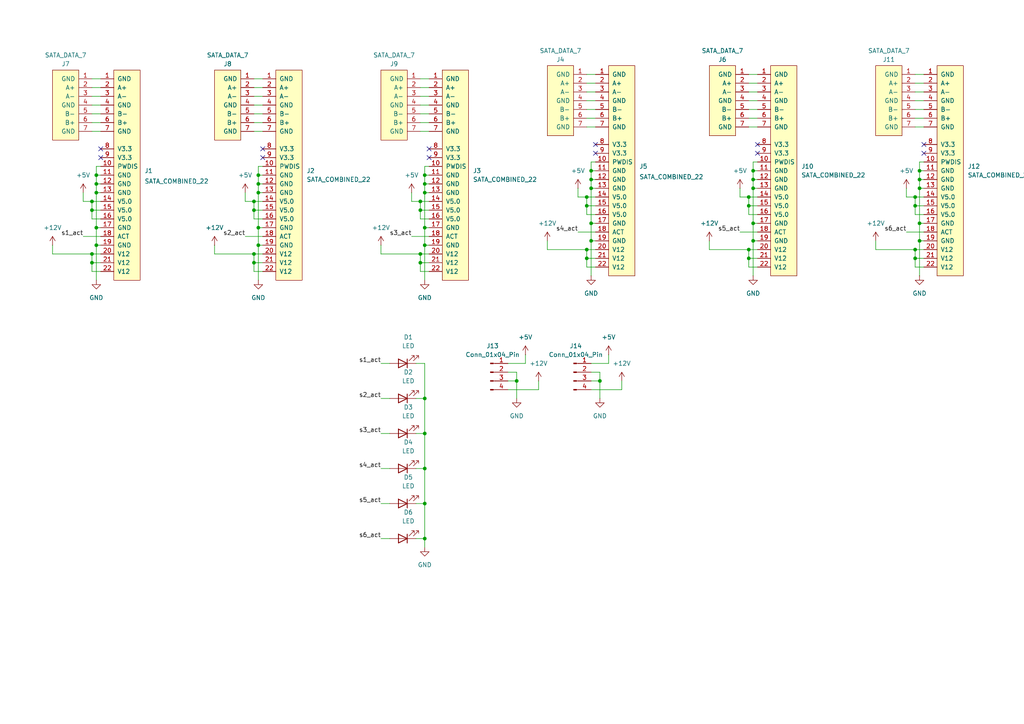
<source format=kicad_sch>
(kicad_sch (version 20231120) (generator "eeschema") (generator_version "8.0")
  (paper "A4")
  (lib_symbols
    (symbol "Connector:Conn_01x04_Pin" (pin_names (offset 1.016) hide)
      (property "Reference" "J" (at 0 5.08 0))
      (property "Value" "Conn_01x04_Pin" (at 0 -7.62 0))
      (symbol "Conn_01x04_Pin_1_1"
        (polyline (pts (xy 1.27 -5.08) (xy 0.8636 -5.08)) (stroke (width 0.1524)))
        (polyline (pts (xy 1.27 -2.54) (xy 0.8636 -2.54)) (stroke (width 0.1524)))
        (polyline (pts (xy 1.27 0) (xy 0.8636 0)) (stroke (width 0.1524)))
        (polyline (pts (xy 1.27 2.54) (xy 0.8636 2.54)) (stroke (width 0.1524)))
        (rectangle (start 0.8636 -4.953) (end 0 -5.207) (stroke (width 0.1524)) (fill (type outline)))
        (rectangle (start 0.8636 -2.413) (end 0 -2.667) (stroke (width 0.1524)) (fill (type outline)))
        (rectangle (start 0.8636 0.127) (end 0 -0.127) (stroke (width 0.1524)) (fill (type outline)))
        (rectangle (start 0.8636 2.667) (end 0 2.413) (stroke (width 0.1524)) (fill (type outline)))
        (pin passive line (at 5.08 2.54 180) (length 3.81) (name "Pin_1") (number "1"))
        (pin passive line (at 5.08 0 180) (length 3.81) (name "Pin_2") (number "2"))
        (pin passive line (at 5.08 -2.54 180) (length 3.81) (name "Pin_3") (number "3"))
        (pin passive line (at 5.08 -5.08 180) (length 3.81) (name "Pin_4") (number "4"))
      )
    )
    (symbol "Device:LED" (pin_numbers hide) (pin_names (offset 1.016) hide)
      (property "Reference" "D" (at 0 2.54 0))
      (property "Value" "LED" (at 0 -2.54 0))
      (symbol "LED_0_1"
        (polyline (pts (xy -1.27 -1.27) (xy -1.27 1.27)) (stroke (width 0.254)))
        (polyline (pts (xy -1.27 0) (xy 1.27 0)))
        (polyline (pts (xy 1.27 -1.27) (xy 1.27 1.27) (xy -1.27 0) (xy 1.27 -1.27)) (stroke (width 0.254)))
        (polyline (pts (xy -3.048 -0.762) (xy -4.572 -2.286) (xy -3.81 -2.286) (xy -4.572 -2.286) (xy -4.572 -1.524)))
        (polyline (pts (xy -1.778 -0.762) (xy -3.302 -2.286) (xy -2.54 -2.286) (xy -3.302 -2.286) (xy -3.302 -1.524)))
      )
      (symbol "LED_1_1"
        (pin passive line (at -3.81 0 0) (length 2.54) (name "K") (number "1"))
        (pin passive line (at 3.81 0 180) (length 2.54) (name "A") (number "2"))
      )
    )
    (symbol "SATA:SATA_COMBINED_22" (pin_names (offset 1.016))
      (property "Reference" "J" (at 0 -31.75 0))
      (property "Value" "SATA_COMBINED_22" (at 0 31.75 0))
      (symbol "SATA_COMBINED_22_0_1"
        (rectangle (start 3.81 30.48) (end -3.81 -30.48) (fill (type background)))
      )
      (symbol "SATA_COMBINED_22_1_1"
        (pin power_out line (at -7.62 27.94 0) (length 3.81) (name "GND") (number "1"))
        (pin power_out line (at -7.62 2.54 0) (length 3.81) (name "PWDIS") (number "10"))
        (pin power_out line (at -7.62 0 0) (length 3.81) (name "GND") (number "11"))
        (pin power_out line (at -7.62 -2.54 0) (length 3.81) (name "GND") (number "12"))
        (pin power_out line (at -7.62 -5.08 0) (length 3.81) (name "GND") (number "13"))
        (pin power_out line (at -7.62 -7.62 0) (length 3.81) (name "V5.0") (number "14"))
        (pin power_out line (at -7.62 -10.16 0) (length 3.81) (name "V5.0") (number "15"))
        (pin power_out line (at -7.62 -12.7 0) (length 3.81) (name "V5.0") (number "16"))
        (pin power_out line (at -7.62 -15.24 0) (length 3.81) (name "GND") (number "17"))
        (pin open_collector line (at -7.62 -17.78 0) (length 3.81) (name "ACT") (number "18"))
        (pin power_out line (at -7.62 -20.32 0) (length 3.81) (name "GND") (number "19"))
        (pin output line (at -7.62 25.4 0) (length 3.81) (name "A+") (number "2"))
        (pin power_out line (at -7.62 -22.86 0) (length 3.81) (name "V12") (number "20"))
        (pin power_out line (at -7.62 -25.4 0) (length 3.81) (name "V12") (number "21"))
        (pin power_out line (at -7.62 -27.94 0) (length 3.81) (name "V12") (number "22"))
        (pin output line (at -7.62 22.86 0) (length 3.81) (name "A-") (number "3"))
        (pin power_out line (at -7.62 20.32 0) (length 3.81) (name "GND") (number "4"))
        (pin input line (at -7.62 17.78 0) (length 3.81) (name "B-") (number "5"))
        (pin input line (at -7.62 15.24 0) (length 3.81) (name "B+") (number "6"))
        (pin power_out line (at -7.62 12.7 0) (length 3.81) (name "GND") (number "7"))
        (pin power_out line (at -7.62 7.62 0) (length 3.81) (name "V3.3") (number "8"))
        (pin power_out line (at -7.62 5.08 0) (length 3.81) (name "V3.3") (number "9"))
      )
    )
    (symbol "SATA:SATA_DATA_7" (pin_names (offset 1.016))
      (property "Reference" "J" (at 0 -11.43 0))
      (property "Value" "SATA_DATA_7" (at 0 11.43 0))
      (symbol "SATA_DATA_7_0_1"
        (rectangle (start 3.81 10.16) (end -3.81 -10.16) (fill (type background)))
      )
      (symbol "SATA_DATA_7_1_1"
        (pin power_out line (at -7.62 7.62 0) (length 3.81) (name "GND") (number "1"))
        (pin output line (at -7.62 5.08 0) (length 3.81) (name "A+") (number "2"))
        (pin output line (at -7.62 2.54 0) (length 3.81) (name "A-") (number "3"))
        (pin power_out line (at -7.62 0 0) (length 3.81) (name "GND") (number "4"))
        (pin input line (at -7.62 -2.54 0) (length 3.81) (name "B-") (number "5"))
        (pin input line (at -7.62 -5.08 0) (length 3.81) (name "B+") (number "6"))
        (pin power_out line (at -7.62 -7.62 0) (length 3.81) (name "GND") (number "7"))
      )
    )
    (symbol "power:+12V" (power) (pin_numbers hide) (pin_names (offset 0) hide)
      (property "Value" "+12V" (at 0 3.556 0))
      (symbol "+12V_0_1"
        (polyline (pts (xy -0.762 1.27) (xy 0 2.54)))
        (polyline (pts (xy 0 0) (xy 0 2.54)))
        (polyline (pts (xy 0 2.54) (xy 0.762 1.27)))
      )
      (symbol "+12V_1_1"
        (pin power_in line (at 0 0 90) (length 0) (name "~") (number "1"))
      )
    )
    (symbol "power:+5V" (power) (pin_numbers hide) (pin_names (offset 0) hide)
      (property "Value" "+5V" (at 0 3.556 0))
      (symbol "+5V_0_1"
        (polyline (pts (xy -0.762 1.27) (xy 0 2.54)))
        (polyline (pts (xy 0 0) (xy 0 2.54)))
        (polyline (pts (xy 0 2.54) (xy 0.762 1.27)))
      )
      (symbol "+5V_1_1"
        (pin power_in line (at 0 0 90) (length 0) (name "~") (number "1"))
      )
    )
    (symbol "power:GND" (power) (pin_numbers hide) (pin_names (offset 0) hide)
      (property "Value" "GND" (at 0 -3.81 0))
      (symbol "GND_0_1"
        (polyline (pts (xy 0 0) (xy 0 -1.27) (xy 1.27 -1.27) (xy 0 -2.54) (xy -1.27 -1.27) (xy 0 -1.27)))
      )
      (symbol "GND_1_1"
        (pin power_in line (at 0 0 270) (length 0) (name "~") (number "1"))
      )
    )
  )
  (junction (at 26.67 58.42))
  (junction (at 123.19 55.88))
  (junction (at 123.19 50.8))
  (junction (at 121.92 73.66))
  (junction (at 123.19 66.04))
  (junction (at 173.99 110.49))
  (junction (at 171.45 54.61))
  (junction (at 74.93 55.88))
  (junction (at 74.93 50.8))
  (junction (at 217.17 57.15))
  (junction (at 171.45 52.07))
  (junction (at 27.94 50.8))
  (junction (at 171.45 49.53))
  (junction (at 74.93 71.12))
  (junction (at 217.17 59.69))
  (junction (at 149.86 110.49))
  (junction (at 217.17 72.39))
  (junction (at 121.92 76.2))
  (junction (at 26.67 76.2))
  (junction (at 123.19 53.34))
  (junction (at 123.19 156.21))
  (junction (at 218.44 69.85))
  (junction (at 26.67 73.66))
  (junction (at 170.18 59.69))
  (junction (at 218.44 64.77))
  (junction (at 27.94 53.34))
  (junction (at 123.19 135.89))
  (junction (at 121.92 60.96))
  (junction (at 170.18 57.15))
  (junction (at 217.17 74.93))
  (junction (at 123.19 125.73))
  (junction (at 218.44 52.07))
  (junction (at 265.43 57.15))
  (junction (at 123.19 146.05))
  (junction (at 73.66 76.2))
  (junction (at 266.7 69.85))
  (junction (at 171.45 64.77))
  (junction (at 73.66 58.42))
  (junction (at 265.43 72.39))
  (junction (at 171.45 69.85))
  (junction (at 265.43 59.69))
  (junction (at 26.67 60.96))
  (junction (at 266.7 49.53))
  (junction (at 266.7 54.61))
  (junction (at 265.43 74.93))
  (junction (at 74.93 66.04))
  (junction (at 218.44 49.53))
  (junction (at 121.92 58.42))
  (junction (at 266.7 64.77))
  (junction (at 218.44 54.61))
  (junction (at 74.93 53.34))
  (junction (at 266.7 52.07))
  (junction (at 73.66 60.96))
  (junction (at 27.94 55.88))
  (junction (at 27.94 66.04))
  (junction (at 73.66 73.66))
  (junction (at 170.18 72.39))
  (junction (at 123.19 115.57))
  (junction (at 170.18 74.93))
  (junction (at 123.19 71.12))
  (junction (at 27.94 71.12))
  (no_connect (at 29.21 45.72))
  (no_connect (at 267.97 44.45))
  (no_connect (at 219.71 44.45))
  (no_connect (at 76.2 43.18))
  (no_connect (at 29.21 43.18))
  (no_connect (at 219.71 41.91))
  (no_connect (at 124.46 43.18))
  (no_connect (at 76.2 45.72))
  (no_connect (at 267.97 41.91))
  (no_connect (at 124.46 45.72))
  (no_connect (at 172.72 44.45))
  (no_connect (at 172.72 41.91))
  (wire (pts (xy 218.44 64.77) (xy 218.44 54.61)))
  (wire (pts (xy 217.17 21.59) (xy 219.71 21.59)))
  (wire (pts (xy 147.32 110.49) (xy 149.86 110.49)))
  (wire (pts (xy 73.66 30.48) (xy 76.2 30.48)))
  (wire (pts (xy 219.71 62.23) (xy 217.17 62.23)))
  (wire (pts (xy 171.45 110.49) (xy 173.99 110.49)))
  (wire (pts (xy 267.97 69.85) (xy 266.7 69.85)))
  (wire (pts (xy 15.24 73.66) (xy 26.67 73.66)))
  (wire (pts (xy 124.46 76.2) (xy 121.92 76.2)))
  (wire (pts (xy 172.72 59.69) (xy 170.18 59.69)))
  (wire (pts (xy 266.7 46.99) (xy 266.7 49.53)))
  (wire (pts (xy 119.38 68.58) (xy 124.46 68.58)))
  (wire (pts (xy 123.19 156.21) (xy 120.65 156.21)))
  (wire (pts (xy 73.66 58.42) (xy 76.2 58.42)))
  (wire (pts (xy 26.67 30.48) (xy 29.21 30.48)))
  (wire (pts (xy 26.67 22.86) (xy 29.21 22.86)))
  (wire (pts (xy 217.17 72.39) (xy 217.17 74.93)))
  (wire (pts (xy 172.72 62.23) (xy 170.18 62.23)))
  (wire (pts (xy 266.7 69.85) (xy 266.7 80.01)))
  (wire (pts (xy 214.63 67.31) (xy 219.71 67.31)))
  (wire (pts (xy 26.67 78.74) (xy 29.21 78.74)))
  (wire (pts (xy 267.97 74.93) (xy 265.43 74.93)))
  (wire (pts (xy 170.18 24.13) (xy 172.72 24.13)))
  (wire (pts (xy 120.65 146.05) (xy 123.19 146.05)))
  (wire (pts (xy 218.44 64.77) (xy 219.71 64.77)))
  (wire (pts (xy 265.43 62.23) (xy 265.43 59.69)))
  (wire (pts (xy 167.64 54.61) (xy 167.64 57.15)))
  (wire (pts (xy 27.94 53.34) (xy 27.94 50.8)))
  (wire (pts (xy 170.18 57.15) (xy 172.72 57.15)))
  (wire (pts (xy 121.92 33.02) (xy 124.46 33.02)))
  (wire (pts (xy 167.64 57.15) (xy 170.18 57.15)))
  (wire (pts (xy 73.66 35.56) (xy 76.2 35.56)))
  (wire (pts (xy 110.49 146.05) (xy 113.03 146.05)))
  (wire (pts (xy 74.93 66.04) (xy 76.2 66.04)))
  (wire (pts (xy 170.18 74.93) (xy 170.18 77.47)))
  (wire (pts (xy 173.99 110.49) (xy 173.99 115.57)))
  (wire (pts (xy 217.17 72.39) (xy 219.71 72.39)))
  (wire (pts (xy 26.67 73.66) (xy 29.21 73.66)))
  (wire (pts (xy 214.63 57.15) (xy 217.17 57.15)))
  (wire (pts (xy 71.12 55.88) (xy 71.12 58.42)))
  (wire (pts (xy 265.43 57.15) (xy 267.97 57.15)))
  (wire (pts (xy 71.12 68.58) (xy 76.2 68.58)))
  (wire (pts (xy 265.43 74.93) (xy 265.43 77.47)))
  (wire (pts (xy 265.43 31.75) (xy 267.97 31.75)))
  (wire (pts (xy 265.43 36.83) (xy 267.97 36.83)))
  (wire (pts (xy 218.44 54.61) (xy 218.44 52.07)))
  (wire (pts (xy 214.63 54.61) (xy 214.63 57.15)))
  (wire (pts (xy 170.18 59.69) (xy 170.18 57.15)))
  (wire (pts (xy 266.7 69.85) (xy 266.7 64.77)))
  (wire (pts (xy 123.19 125.73) (xy 120.65 125.73)))
  (wire (pts (xy 121.92 22.86) (xy 124.46 22.86)))
  (wire (pts (xy 217.17 59.69) (xy 217.17 57.15)))
  (wire (pts (xy 124.46 48.26) (xy 123.19 48.26)))
  (wire (pts (xy 205.74 72.39) (xy 205.74 69.85)))
  (wire (pts (xy 265.43 72.39) (xy 265.43 74.93)))
  (wire (pts (xy 26.67 27.94) (xy 29.21 27.94)))
  (wire (pts (xy 27.94 55.88) (xy 29.21 55.88)))
  (wire (pts (xy 27.94 71.12) (xy 27.94 81.28)))
  (wire (pts (xy 123.19 105.41) (xy 123.19 115.57)))
  (wire (pts (xy 265.43 24.13) (xy 267.97 24.13)))
  (wire (pts (xy 266.7 52.07) (xy 267.97 52.07)))
  (wire (pts (xy 27.94 55.88) (xy 27.94 53.34)))
  (wire (pts (xy 124.46 60.96) (xy 121.92 60.96)))
  (wire (pts (xy 218.44 69.85) (xy 218.44 64.77)))
  (wire (pts (xy 170.18 26.67) (xy 172.72 26.67)))
  (wire (pts (xy 74.93 71.12) (xy 74.93 81.28)))
  (wire (pts (xy 121.92 38.1) (xy 124.46 38.1)))
  (wire (pts (xy 156.21 113.03) (xy 156.21 110.49)))
  (wire (pts (xy 123.19 146.05) (xy 123.19 156.21)))
  (wire (pts (xy 152.4 102.87) (xy 152.4 105.41)))
  (wire (pts (xy 158.75 72.39) (xy 158.75 69.85)))
  (wire (pts (xy 120.65 135.89) (xy 123.19 135.89)))
  (wire (pts (xy 147.32 107.95) (xy 149.86 107.95)))
  (wire (pts (xy 110.49 135.89) (xy 113.03 135.89)))
  (wire (pts (xy 74.93 53.34) (xy 76.2 53.34)))
  (wire (pts (xy 171.45 69.85) (xy 171.45 64.77)))
  (wire (pts (xy 171.45 64.77) (xy 172.72 64.77)))
  (wire (pts (xy 266.7 64.77) (xy 266.7 54.61)))
  (wire (pts (xy 73.66 27.94) (xy 76.2 27.94)))
  (wire (pts (xy 76.2 48.26) (xy 74.93 48.26)))
  (wire (pts (xy 123.19 66.04) (xy 123.19 55.88)))
  (wire (pts (xy 74.93 50.8) (xy 76.2 50.8)))
  (wire (pts (xy 73.66 25.4) (xy 76.2 25.4)))
  (wire (pts (xy 217.17 24.13) (xy 219.71 24.13)))
  (wire (pts (xy 172.72 46.99) (xy 171.45 46.99)))
  (wire (pts (xy 26.67 38.1) (xy 29.21 38.1)))
  (wire (pts (xy 167.64 67.31) (xy 172.72 67.31)))
  (wire (pts (xy 123.19 125.73) (xy 123.19 135.89)))
  (wire (pts (xy 218.44 49.53) (xy 219.71 49.53)))
  (wire (pts (xy 121.92 73.66) (xy 124.46 73.66)))
  (wire (pts (xy 73.66 60.96) (xy 73.66 58.42)))
  (wire (pts (xy 171.45 113.03) (xy 180.34 113.03)))
  (wire (pts (xy 27.94 71.12) (xy 27.94 66.04)))
  (wire (pts (xy 121.92 30.48) (xy 124.46 30.48)))
  (wire (pts (xy 73.66 22.86) (xy 76.2 22.86)))
  (wire (pts (xy 171.45 105.41) (xy 176.53 105.41)))
  (wire (pts (xy 171.45 49.53) (xy 172.72 49.53)))
  (wire (pts (xy 123.19 115.57) (xy 123.19 125.73)))
  (wire (pts (xy 73.66 78.74) (xy 76.2 78.74)))
  (wire (pts (xy 26.67 35.56) (xy 29.21 35.56)))
  (wire (pts (xy 149.86 107.95) (xy 149.86 110.49)))
  (wire (pts (xy 73.66 73.66) (xy 76.2 73.66)))
  (wire (pts (xy 121.92 25.4) (xy 124.46 25.4)))
  (wire (pts (xy 267.97 46.99) (xy 266.7 46.99)))
  (wire (pts (xy 27.94 50.8) (xy 29.21 50.8)))
  (wire (pts (xy 29.21 48.26) (xy 27.94 48.26)))
  (wire (pts (xy 124.46 71.12) (xy 123.19 71.12)))
  (wire (pts (xy 217.17 34.29) (xy 219.71 34.29)))
  (wire (pts (xy 27.94 48.26) (xy 27.94 50.8)))
  (wire (pts (xy 170.18 77.47) (xy 172.72 77.47)))
  (wire (pts (xy 172.72 69.85) (xy 171.45 69.85)))
  (wire (pts (xy 27.94 66.04) (xy 27.94 55.88)))
  (wire (pts (xy 218.44 52.07) (xy 219.71 52.07)))
  (wire (pts (xy 26.67 76.2) (xy 26.67 78.74)))
  (wire (pts (xy 123.19 66.04) (xy 124.46 66.04)))
  (wire (pts (xy 74.93 55.88) (xy 74.93 53.34)))
  (wire (pts (xy 173.99 107.95) (xy 173.99 110.49)))
  (wire (pts (xy 262.89 54.61) (xy 262.89 57.15)))
  (wire (pts (xy 27.94 53.34) (xy 29.21 53.34)))
  (wire (pts (xy 170.18 29.21) (xy 172.72 29.21)))
  (wire (pts (xy 254 72.39) (xy 254 69.85)))
  (wire (pts (xy 29.21 63.5) (xy 26.67 63.5)))
  (wire (pts (xy 121.92 35.56) (xy 124.46 35.56)))
  (wire (pts (xy 62.23 73.66) (xy 73.66 73.66)))
  (wire (pts (xy 266.7 54.61) (xy 267.97 54.61)))
  (wire (pts (xy 218.44 46.99) (xy 218.44 49.53)))
  (wire (pts (xy 24.13 68.58) (xy 29.21 68.58)))
  (wire (pts (xy 265.43 21.59) (xy 267.97 21.59)))
  (wire (pts (xy 170.18 31.75) (xy 172.72 31.75)))
  (wire (pts (xy 123.19 71.12) (xy 123.19 66.04)))
  (wire (pts (xy 76.2 63.5) (xy 73.66 63.5)))
  (wire (pts (xy 110.49 105.41) (xy 113.03 105.41)))
  (wire (pts (xy 170.18 72.39) (xy 170.18 74.93)))
  (wire (pts (xy 24.13 55.88) (xy 24.13 58.42)))
  (wire (pts (xy 171.45 54.61) (xy 172.72 54.61)))
  (wire (pts (xy 121.92 63.5) (xy 121.92 60.96)))
  (wire (pts (xy 267.97 59.69) (xy 265.43 59.69)))
  (wire (pts (xy 254 72.39) (xy 265.43 72.39)))
  (wire (pts (xy 217.17 62.23) (xy 217.17 59.69)))
  (wire (pts (xy 73.66 76.2) (xy 73.66 78.74)))
  (wire (pts (xy 170.18 72.39) (xy 172.72 72.39)))
  (wire (pts (xy 120.65 105.41) (xy 123.19 105.41)))
  (wire (pts (xy 219.71 69.85) (xy 218.44 69.85)))
  (wire (pts (xy 266.7 64.77) (xy 267.97 64.77)))
  (wire (pts (xy 265.43 29.21) (xy 267.97 29.21)))
  (wire (pts (xy 123.19 50.8) (xy 124.46 50.8)))
  (wire (pts (xy 29.21 60.96) (xy 26.67 60.96)))
  (wire (pts (xy 123.19 53.34) (xy 123.19 50.8)))
  (wire (pts (xy 147.32 113.03) (xy 156.21 113.03)))
  (wire (pts (xy 262.89 57.15) (xy 265.43 57.15)))
  (wire (pts (xy 265.43 72.39) (xy 267.97 72.39)))
  (wire (pts (xy 26.67 33.02) (xy 29.21 33.02)))
  (wire (pts (xy 218.44 69.85) (xy 218.44 80.01)))
  (wire (pts (xy 123.19 53.34) (xy 124.46 53.34)))
  (wire (pts (xy 24.13 58.42) (xy 26.67 58.42)))
  (wire (pts (xy 218.44 49.53) (xy 218.44 52.07)))
  (wire (pts (xy 219.71 46.99) (xy 218.44 46.99)))
  (wire (pts (xy 74.93 50.8) (xy 74.93 53.34)))
  (wire (pts (xy 171.45 46.99) (xy 171.45 49.53)))
  (wire (pts (xy 171.45 54.61) (xy 171.45 52.07)))
  (wire (pts (xy 265.43 34.29) (xy 267.97 34.29)))
  (wire (pts (xy 266.7 52.07) (xy 266.7 49.53)))
  (wire (pts (xy 158.75 72.39) (xy 170.18 72.39)))
  (wire (pts (xy 217.17 57.15) (xy 219.71 57.15)))
  (wire (pts (xy 71.12 58.42) (xy 73.66 58.42)))
  (wire (pts (xy 120.65 115.57) (xy 123.19 115.57)))
  (wire (pts (xy 219.71 74.93) (xy 217.17 74.93)))
  (wire (pts (xy 121.92 76.2) (xy 121.92 78.74)))
  (wire (pts (xy 171.45 52.07) (xy 171.45 49.53)))
  (wire (pts (xy 217.17 26.67) (xy 219.71 26.67)))
  (wire (pts (xy 15.24 73.66) (xy 15.24 71.12)))
  (wire (pts (xy 26.67 58.42) (xy 29.21 58.42)))
  (wire (pts (xy 171.45 64.77) (xy 171.45 54.61)))
  (wire (pts (xy 123.19 48.26) (xy 123.19 50.8)))
  (wire (pts (xy 26.67 63.5) (xy 26.67 60.96)))
  (wire (pts (xy 110.49 156.21) (xy 113.03 156.21)))
  (wire (pts (xy 110.49 115.57) (xy 113.03 115.57)))
  (wire (pts (xy 73.66 33.02) (xy 76.2 33.02)))
  (wire (pts (xy 76.2 76.2) (xy 73.66 76.2)))
  (wire (pts (xy 110.49 73.66) (xy 110.49 71.12)))
  (wire (pts (xy 180.34 113.03) (xy 180.34 110.49)))
  (wire (pts (xy 124.46 63.5) (xy 121.92 63.5)))
  (wire (pts (xy 266.7 49.53) (xy 267.97 49.53)))
  (wire (pts (xy 121.92 78.74) (xy 124.46 78.74)))
  (wire (pts (xy 74.93 71.12) (xy 74.93 66.04)))
  (wire (pts (xy 121.92 60.96) (xy 121.92 58.42)))
  (wire (pts (xy 205.74 72.39) (xy 217.17 72.39)))
  (wire (pts (xy 171.45 52.07) (xy 172.72 52.07)))
  (wire (pts (xy 217.17 29.21) (xy 219.71 29.21)))
  (wire (pts (xy 217.17 77.47) (xy 219.71 77.47)))
  (wire (pts (xy 266.7 54.61) (xy 266.7 52.07)))
  (wire (pts (xy 123.19 158.75) (xy 123.19 156.21)))
  (wire (pts (xy 73.66 63.5) (xy 73.66 60.96)))
  (wire (pts (xy 267.97 62.23) (xy 265.43 62.23)))
  (wire (pts (xy 123.19 71.12) (xy 123.19 81.28)))
  (wire (pts (xy 217.17 74.93) (xy 217.17 77.47)))
  (wire (pts (xy 26.67 60.96) (xy 26.67 58.42)))
  (wire (pts (xy 74.93 48.26) (xy 74.93 50.8)))
  (wire (pts (xy 149.86 110.49) (xy 149.86 115.57)))
  (wire (pts (xy 27.94 66.04) (xy 29.21 66.04)))
  (wire (pts (xy 123.19 135.89) (xy 123.19 146.05)))
  (wire (pts (xy 73.66 38.1) (xy 76.2 38.1)))
  (wire (pts (xy 26.67 73.66) (xy 26.67 76.2)))
  (wire (pts (xy 76.2 71.12) (xy 74.93 71.12)))
  (wire (pts (xy 121.92 58.42) (xy 124.46 58.42)))
  (wire (pts (xy 176.53 102.87) (xy 176.53 105.41)))
  (wire (pts (xy 121.92 73.66) (xy 121.92 76.2)))
  (wire (pts (xy 26.67 25.4) (xy 29.21 25.4)))
  (wire (pts (xy 265.43 59.69) (xy 265.43 57.15)))
  (wire (pts (xy 123.19 55.88) (xy 123.19 53.34)))
  (wire (pts (xy 170.18 34.29) (xy 172.72 34.29)))
  (wire (pts (xy 29.21 71.12) (xy 27.94 71.12)))
  (wire (pts (xy 171.45 69.85) (xy 171.45 80.01)))
  (wire (pts (xy 119.38 58.42) (xy 121.92 58.42)))
  (wire (pts (xy 170.18 21.59) (xy 172.72 21.59)))
  (wire (pts (xy 265.43 77.47) (xy 267.97 77.47)))
  (wire (pts (xy 219.71 59.69) (xy 217.17 59.69)))
  (wire (pts (xy 119.38 55.88) (xy 119.38 58.42)))
  (wire (pts (xy 218.44 54.61) (xy 219.71 54.61)))
  (wire (pts (xy 110.49 125.73) (xy 113.03 125.73)))
  (wire (pts (xy 265.43 26.67) (xy 267.97 26.67)))
  (wire (pts (xy 170.18 62.23) (xy 170.18 59.69)))
  (wire (pts (xy 29.21 76.2) (xy 26.67 76.2)))
  (wire (pts (xy 74.93 55.88) (xy 76.2 55.88)))
  (wire (pts (xy 147.32 105.41) (xy 152.4 105.41)))
  (wire (pts (xy 172.72 74.93) (xy 170.18 74.93)))
  (wire (pts (xy 76.2 60.96) (xy 73.66 60.96)))
  (wire (pts (xy 121.92 27.94) (xy 124.46 27.94)))
  (wire (pts (xy 217.17 31.75) (xy 219.71 31.75)))
  (wire (pts (xy 170.18 36.83) (xy 172.72 36.83)))
  (wire (pts (xy 217.17 36.83) (xy 219.71 36.83)))
  (wire (pts (xy 262.89 67.31) (xy 267.97 67.31)))
  (wire (pts (xy 110.49 73.66) (xy 121.92 73.66)))
  (wire (pts (xy 171.45 107.95) (xy 173.99 107.95)))
  (wire (pts (xy 123.19 55.88) (xy 124.46 55.88)))
  (wire (pts (xy 74.93 66.04) (xy 74.93 55.88)))
  (wire (pts (xy 62.23 73.66) (xy 62.23 71.12)))
  (wire (pts (xy 73.66 73.66) (xy 73.66 76.2)))
  (label "s2_act" (at 110.49 115.57 180))
  (label "s6_act" (at 262.89 67.31 180))
  (label "s1_act" (at 110.49 105.41 180))
  (label "s5_act" (at 214.63 67.31 180))
  (label "s3_act" (at 110.49 125.73 180))
  (label "s3_act" (at 119.38 68.58 180))
  (label "s1_act" (at 24.13 68.58 180))
  (label "s4_act" (at 167.64 67.31 180))
  (label "s2_act" (at 71.12 68.58 180))
  (label "s5_act" (at 110.49 146.05 180))
  (label "s6_act" (at 110.49 156.21 180))
  (label "s4_act" (at 110.49 135.89 180))
  (symbol (lib_id "power:GND") (at 266.7 80.01 0) (unit 1)
    (property "Reference" "#PWR025" (effects (hide yes)))
    (property "Value" "GND" (at 266.7 85.09 0))
    (property "Description" "Power symbol creates a global label with name \"GND\" , ground" (effects (hide yes)))
  )
  (symbol (lib_id "SATA:SATA_COMBINED_22") (at 132.08 50.8 0) (unit 1)
    (property "Reference" "J3" (at 137.16 49.5299 0) (effects (justify left)))
    (property "Value" "SATA_COMBINED_22" (at 137.16 52.0699 0) (effects (justify left)))
    (property "Footprint" "sata:SATA_Combined" (effects (hide yes)))
    (property "Description" "SATA 22-pin Female Data and Power Connector" (effects (hide yes)))
  )
  (symbol (lib_id "power:GND") (at 123.19 158.75 0) (unit 1)
    (property "Reference" "#PWR05" (effects (hide yes)))
    (property "Value" "GND" (at 123.19 163.83 0))
    (property "Description" "Power symbol creates a global label with name \"GND\" , ground" (effects (hide yes)))
  )
  (symbol (lib_id "Device:LED") (at 116.84 125.73 180) (unit 1)
    (property "Reference" "D3" (at 118.4275 118.11 0))
    (property "Value" "LED" (at 118.4275 120.65 0))
    (property "Footprint" "LED_SMD:LED_0805_2012Metric_Pad1.15x1.40mm_HandSolder" (effects (hide yes)))
    (property "Description" "Light emitting diode" (effects (hide yes)))
  )
  (symbol (lib_id "power:+5V") (at 152.4 102.87 0) (unit 1)
    (property "Reference" "#PWR08" (effects (hide yes)))
    (property "Value" "+5V" (at 152.4 97.79 0))
    (property "Description" "Power symbol creates a global label with name \"+5V\"" (effects (hide yes)))
  )
  (symbol (lib_id "power:+12V") (at 156.21 110.49 0) (unit 1)
    (property "Reference" "#PWR07" (effects (hide yes)))
    (property "Value" "+12V" (at 156.21 105.41 0))
    (property "Description" "Power symbol creates a global label with name \"+12V\"" (effects (hide yes)))
  )
  (symbol (lib_id "power:GND") (at 74.93 81.28 0) (unit 1)
    (property "Reference" "#PWR03" (effects (hide yes)))
    (property "Value" "GND" (at 74.93 86.36 0))
    (property "Description" "Power symbol creates a global label with name \"GND\" , ground" (effects (hide yes)))
  )
  (symbol (lib_id "Device:LED") (at 116.84 135.89 180) (unit 1)
    (property "Reference" "D4" (at 118.4275 128.27 0))
    (property "Value" "LED" (at 118.4275 130.81 0))
    (property "Footprint" "LED_SMD:LED_0805_2012Metric_Pad1.15x1.40mm_HandSolder" (effects (hide yes)))
    (property "Description" "Light emitting diode" (effects (hide yes)))
  )
  (symbol (lib_id "SATA:SATA_COMBINED_22") (at 227.33 49.53 0) (unit 1)
    (property "Reference" "J10" (at 232.41 48.2599 0) (effects (justify left)))
    (property "Value" "SATA_COMBINED_22" (at 232.41 50.8 0) (effects (justify left)))
    (property "Footprint" "sata:SATA_Combined" (effects (hide yes)))
    (property "Description" "SATA 22-pin Female Data and Power Connector" (effects (hide yes)))
  )
  (symbol (lib_id "Device:LED") (at 116.84 105.41 180) (unit 1)
    (property "Reference" "D1" (at 118.4275 97.79 0))
    (property "Value" "LED" (at 118.4275 100.33 0))
    (property "Footprint" "LED_SMD:LED_0805_2012Metric_Pad1.15x1.40mm_HandSolder" (effects (hide yes)))
    (property "Description" "Light emitting diode" (effects (hide yes)))
  )
  (symbol (lib_id "SATA:SATA_COMBINED_22") (at 275.59 49.53 0) (unit 1)
    (property "Reference" "J12" (at 280.67 48.2599 0) (effects (justify left)))
    (property "Value" "SATA_COMBINED_22" (at 280.67 50.7999 0) (effects (justify left)))
    (property "Footprint" "sata:SATA_Combined" (effects (hide yes)))
    (property "Description" "SATA 22-pin Female Data and Power Connector" (effects (hide yes)))
  )
  (symbol (lib_id "SATA:SATA_DATA_7") (at 162.56 29.21 0) (mirror y) (unit 1)
    (property "Reference" "J4" (at 162.56 17.272 0))
    (property "Value" "SATA_DATA_7" (at 162.56 14.732 0))
    (property "Footprint" "sata:SATA_Data" (effects (hide yes)))
    (property "Description" "SATA 7-pin Male Data Connector" (effects (hide yes)))
  )
  (symbol (lib_id "power:+5V") (at 262.89 54.61 0) (unit 1)
    (property "Reference" "#PWR024" (effects (hide yes)))
    (property "Value" "+5V" (at 262.89 49.53 0))
    (property "Description" "Power symbol creates a global label with name \"+5V\"" (effects (hide yes)))
  )
  (symbol (lib_id "Connector:Conn_01x04_Pin") (at 142.24 107.95 0) (unit 1)
    (property "Reference" "J13" (at 142.875 100.33 0))
    (property "Value" "Conn_01x04_Pin" (at 142.875 102.87 0))
    (property "Footprint" "xess:xess-MOLEX-8981-04P" (effects (hide yes)))
    (property "Description" "Generic connector, single row, 01x04, script generated" (effects (hide yes)))
  )
  (symbol (lib_id "power:+12V") (at 158.75 69.85 0) (unit 1)
    (property "Reference" "#PWR017" (effects (hide yes)))
    (property "Value" "+12V" (at 158.75 64.77 0))
    (property "Description" "Power symbol creates a global label with name \"+12V\"" (effects (hide yes)))
  )
  (symbol (lib_id "power:GND") (at 173.99 115.57 0) (unit 1)
    (property "Reference" "#PWR06" (effects (hide yes)))
    (property "Value" "GND" (at 173.99 120.65 0))
    (property "Description" "Power symbol creates a global label with name \"GND\" , ground" (effects (hide yes)))
  )
  (symbol (lib_id "power:GND") (at 27.94 81.28 0) (unit 1)
    (property "Reference" "#PWR01" (effects (hide yes)))
    (property "Value" "GND" (at 27.94 86.36 0))
    (property "Description" "Power symbol creates a global label with name \"GND\" , ground" (effects (hide yes)))
  )
  (symbol (lib_id "Device:LED") (at 116.84 156.21 180) (unit 1)
    (property "Reference" "D6" (at 118.4275 148.59 0))
    (property "Value" "LED" (at 118.4275 151.13 0))
    (property "Footprint" "LED_SMD:LED_0805_2012Metric_Pad1.15x1.40mm_HandSolder" (effects (hide yes)))
    (property "Description" "Light emitting diode" (effects (hide yes)))
  )
  (symbol (lib_id "power:+12V") (at 205.74 69.85 0) (unit 1)
    (property "Reference" "#PWR020" (effects (hide yes)))
    (property "Value" "+12V" (at 205.74 64.77 0))
    (property "Description" "Power symbol creates a global label with name \"+12V\"" (effects (hide yes)))
  )
  (symbol (lib_id "power:GND") (at 218.44 80.01 0) (unit 1)
    (property "Reference" "#PWR022" (effects (hide yes)))
    (property "Value" "GND" (at 218.44 85.09 0))
    (property "Description" "Power symbol creates a global label with name \"GND\" , ground" (effects (hide yes)))
  )
  (symbol (lib_id "Device:LED") (at 116.84 115.57 180) (unit 1)
    (property "Reference" "D2" (at 118.4275 107.95 0))
    (property "Value" "LED" (at 118.4275 110.49 0))
    (property "Footprint" "LED_SMD:LED_0805_2012Metric_Pad1.15x1.40mm_HandSolder" (effects (hide yes)))
    (property "Description" "Light emitting diode" (effects (hide yes)))
  )
  (symbol (lib_id "power:+5V") (at 24.13 55.88 0) (unit 1)
    (property "Reference" "#PWR014" (effects (hide yes)))
    (property "Value" "+5V" (at 24.13 50.8 0))
    (property "Description" "Power symbol creates a global label with name \"+5V\"" (effects (hide yes)))
  )
  (symbol (lib_id "Connector:Conn_01x04_Pin") (at 166.37 107.95 0) (unit 1)
    (property "Reference" "J14" (at 167.005 100.33 0))
    (property "Value" "Conn_01x04_Pin" (at 167.005 102.87 0))
    (property "Footprint" "xess:xess-MOLEX-8981-04P" (effects (hide yes)))
    (property "Description" "Generic connector, single row, 01x04, script generated" (effects (hide yes)))
  )
  (symbol (lib_id "SATA:SATA_DATA_7") (at 257.81 29.21 0) (mirror y) (unit 1)
    (property "Reference" "J11" (at 257.81 17.272 0))
    (property "Value" "SATA_DATA_7" (at 257.81 14.732 0))
    (property "Footprint" "sata:SATA_Data" (effects (hide yes)))
    (property "Description" "SATA 7-pin Male Data Connector" (effects (hide yes)))
  )
  (symbol (lib_id "power:+12V") (at 110.49 71.12 0) (unit 1)
    (property "Reference" "#PWR013" (effects (hide yes)))
    (property "Value" "+12V" (at 110.49 66.04 0))
    (property "Description" "Power symbol creates a global label with name \"+12V\"" (effects (hide yes)))
  )
  (symbol (lib_id "power:+5V") (at 214.63 54.61 0) (unit 1)
    (property "Reference" "#PWR021" (effects (hide yes)))
    (property "Value" "+5V" (at 214.63 49.53 0))
    (property "Description" "Power symbol creates a global label with name \"+5V\"" (effects (hide yes)))
  )
  (symbol (lib_id "power:GND") (at 171.45 80.01 0) (unit 1)
    (property "Reference" "#PWR019" (effects (hide yes)))
    (property "Value" "GND" (at 171.45 85.09 0))
    (property "Description" "Power symbol creates a global label with name \"GND\" , ground" (effects (hide yes)))
  )
  (symbol (lib_id "SATA:SATA_DATA_7") (at 114.3 30.48 0) (mirror y) (unit 1)
    (property "Reference" "J9" (at 114.3 18.542 0))
    (property "Value" "SATA_DATA_7" (at 114.3 16.002 0))
    (property "Footprint" "sata:SATA_Data" (effects (hide yes)))
    (property "Description" "SATA 7-pin Male Data Connector" (effects (hide yes)))
  )
  (symbol (lib_id "power:+12V") (at 180.34 110.49 0) (unit 1)
    (property "Reference" "#PWR010" (effects (hide yes)))
    (property "Value" "+12V" (at 180.34 105.41 0))
    (property "Description" "Power symbol creates a global label with name \"+12V\"" (effects (hide yes)))
  )
  (symbol (lib_id "Device:LED") (at 116.84 146.05 180) (unit 1)
    (property "Reference" "D5" (at 118.4275 138.43 0))
    (property "Value" "LED" (at 118.4275 140.97 0))
    (property "Footprint" "LED_SMD:LED_0805_2012Metric_Pad1.15x1.40mm_HandSolder" (effects (hide yes)))
    (property "Description" "Light emitting diode" (effects (hide yes)))
  )
  (symbol (lib_id "power:+5V") (at 71.12 55.88 0) (unit 1)
    (property "Reference" "#PWR015" (effects (hide yes)))
    (property "Value" "+5V" (at 71.12 50.8 0))
    (property "Description" "Power symbol creates a global label with name \"+5V\"" (effects (hide yes)))
  )
  (symbol (lib_id "power:+12V") (at 254 69.85 0) (unit 1)
    (property "Reference" "#PWR023" (effects (hide yes)))
    (property "Value" "+12V" (at 254 64.77 0))
    (property "Description" "Power symbol creates a global label with name \"+12V\"" (effects (hide yes)))
  )
  (symbol (lib_id "SATA:SATA_DATA_7") (at 66.04 30.48 0) (mirror y) (unit 1)
    (property "Reference" "J8" (at 66.04 18.542 0))
    (property "Value" "SATA_DATA_7" (at 66.04 16.002 0))
    (property "Footprint" "sata:SATA_Data" (effects (hide yes)))
    (property "Description" "SATA 7-pin Male Data Connector" (effects (hide yes)))
  )
  (symbol (lib_id "SATA:SATA_COMBINED_22") (at 180.34 49.53 0) (unit 1)
    (property "Reference" "J5" (at 185.42 48.2599 0) (effects (justify left)))
    (property "Value" "SATA_COMBINED_22" (at 185.42 51.308 0) (effects (justify left)))
    (property "Footprint" "sata:SATA_Combined" (effects (hide yes)))
    (property "Description" "SATA 22-pin Female Data and Power Connector" (effects (hide yes)))
  )
  (symbol (lib_id "power:+5V") (at 176.53 102.87 0) (unit 1)
    (property "Reference" "#PWR09" (effects (hide yes)))
    (property "Value" "+5V" (at 176.53 97.79 0))
    (property "Description" "Power symbol creates a global label with name \"+5V\"" (effects (hide yes)))
  )
  (symbol (lib_id "power:GND") (at 149.86 115.57 0) (unit 1)
    (property "Reference" "#PWR02" (effects (hide yes)))
    (property "Value" "GND" (at 149.86 120.65 0))
    (property "Description" "Power symbol creates a global label with name \"GND\" , ground" (effects (hide yes)))
  )
  (symbol (lib_id "power:+5V") (at 119.38 55.88 0) (unit 1)
    (property "Reference" "#PWR016" (effects (hide yes)))
    (property "Value" "+5V" (at 119.38 50.8 0))
    (property "Description" "Power symbol creates a global label with name \"+5V\"" (effects (hide yes)))
  )
  (symbol (lib_id "SATA:SATA_DATA_7") (at 19.05 30.48 0) (mirror y) (unit 1)
    (property "Reference" "J7" (at 19.05 18.542 0))
    (property "Value" "SATA_DATA_7" (at 19.05 16.002 0))
    (property "Footprint" "sata:SATA_Data" (effects (hide yes)))
    (property "Description" "SATA 7-pin Male Data Connector" (effects (hide yes)))
  )
  (symbol (lib_id "power:+5V") (at 167.64 54.61 0) (unit 1)
    (property "Reference" "#PWR018" (effects (hide yes)))
    (property "Value" "+5V" (at 167.64 49.53 0))
    (property "Description" "Power symbol creates a global label with name \"+5V\"" (effects (hide yes)))
  )
  (symbol (lib_id "power:+12V") (at 62.23 71.12 0) (unit 1)
    (property "Reference" "#PWR012" (effects (hide yes)))
    (property "Value" "+12V" (at 62.23 66.04 0))
    (property "Description" "Power symbol creates a global label with name \"+12V\"" (effects (hide yes)))
  )
  (symbol (lib_id "power:GND") (at 123.19 81.28 0) (unit 1)
    (property "Reference" "#PWR04" (effects (hide yes)))
    (property "Value" "GND" (at 123.19 86.36 0))
    (property "Description" "Power symbol creates a global label with name \"GND\" , ground" (effects (hide yes)))
  )
  (symbol (lib_id "power:+12V") (at 15.24 71.12 0) (unit 1)
    (property "Reference" "#PWR011" (effects (hide yes)))
    (property "Value" "+12V" (at 15.24 66.04 0))
    (property "Description" "Power symbol creates a global label with name \"+12V\"" (effects (hide yes)))
  )
  (symbol (lib_id "SATA:SATA_COMBINED_22") (at 36.83 50.8 0) (unit 1)
    (property "Reference" "J1" (at 41.91 49.5299 0) (effects (justify left)))
    (property "Value" "SATA_COMBINED_22" (at 41.91 52.578 0) (effects (justify left)))
    (property "Footprint" "sata:SATA_Combined" (effects (hide yes)))
    (property "Description" "SATA 22-pin Female Data and Power Connector" (effects (hide yes)))
  )
  (symbol (lib_id "SATA:SATA_DATA_7") (at 209.55 29.21 0) (mirror y) (unit 1)
    (property "Reference" "J6" (at 209.55 17.272 0))
    (property "Value" "SATA_DATA_7" (at 209.55 14.732 0))
    (property "Footprint" "sata:SATA_Data" (effects (hide yes)))
    (property "Description" "SATA 7-pin Male Data Connector" (effects (hide yes)))
  )
  (symbol (lib_id "SATA:SATA_COMBINED_22") (at 83.82 50.8 0) (unit 1)
    (property "Reference" "J2" (at 88.9 49.5299 0) (effects (justify left)))
    (property "Value" "SATA_COMBINED_22" (at 88.9 52.07 0) (effects (justify left)))
    (property "Footprint" "sata:SATA_Combined" (effects (hide yes)))
    (property "Description" "SATA 22-pin Female Data and Power Connector" (effects (hide yes)))
  )
)
</source>
